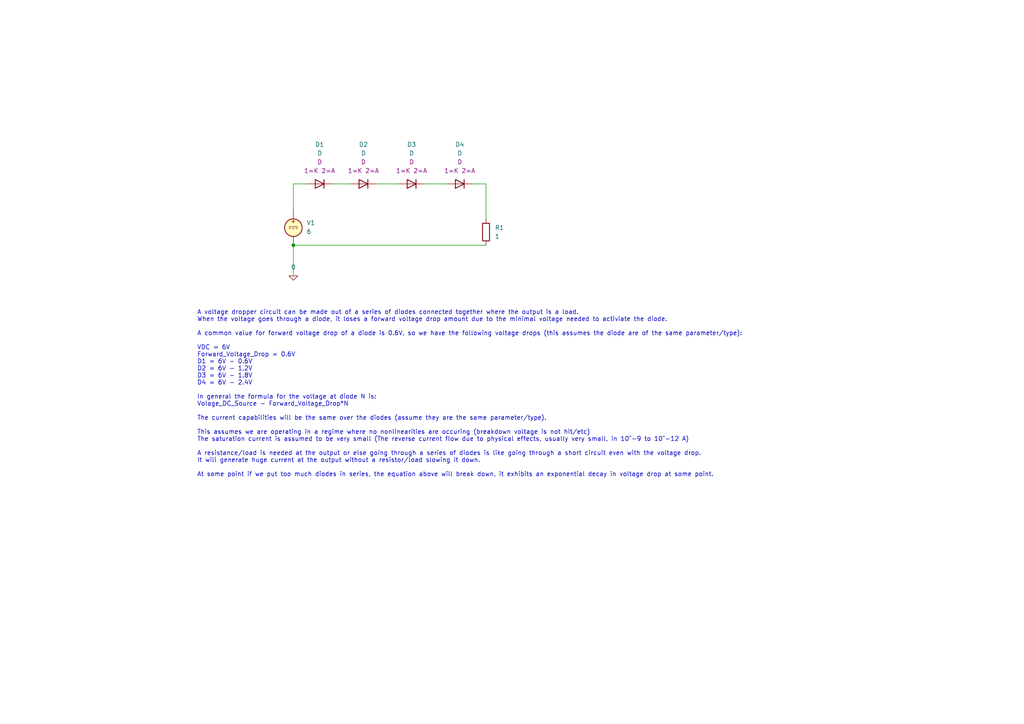
<source format=kicad_sch>
(kicad_sch (version 20230121) (generator eeschema)
  (paper "A4")
  (lib_symbols
    (symbol "Device:R" (pin_numbers hide) (pin_names (offset 0))
      (property "Reference" "R" (at 2.032 0 90))
      (property "Value" "R" (at 0 0 90))
      (symbol "R_0_1"
        (rectangle (start -1.016 -2.54) (end 1.016 2.54) (stroke (width 0.254)))
      )
      (symbol "R_1_1"
        (pin passive line (at 0 3.81 270) (length 1.27) (name "~") (number "1"))
        (pin passive line (at 0 -3.81 90) (length 1.27) (name "~") (number "2"))
      )
    )
    (symbol "Simulation_SPICE:0" (power) (pin_names (offset 0))
      (property "Value" "0" (at 0 -1.778 0))
      (symbol "0_0_1"
        (polyline (pts (xy -1.27 0) (xy 0 -1.27) (xy 1.27 0) (xy -1.27 0)))
      )
      (symbol "0_1_1"
        (pin power_in line (at 0 0 0) (length 0) hide (name "0") (number "1"))
      )
    )
    (symbol "Simulation_SPICE:D" (pin_numbers hide) (pin_names (offset 1.016) hide)
      (property "Reference" "D" (at 0 2.54 0))
      (property "Value" "D" (at 0 -2.54 0))
      (property "Sim.Device" "D" (at 0 0 0))
      (property "Sim.Pins" "1=K 2=A" (at 0 0 0))
      (symbol "D_0_1"
        (polyline (pts (xy -1.27 1.27) (xy -1.27 -1.27)) (stroke (width 0.254)))
        (polyline (pts (xy 1.27 0) (xy -1.27 0)))
        (polyline (pts (xy 1.27 1.27) (xy 1.27 -1.27) (xy -1.27 0) (xy 1.27 1.27)) (stroke (width 0.254)))
      )
      (symbol "D_1_1"
        (pin passive line (at -3.81 0 0) (length 2.54) (name "K") (number "1"))
        (pin passive line (at 3.81 0 180) (length 2.54) (name "A") (number "2"))
      )
    )
    (symbol "Simulation_SPICE:VDC" (pin_numbers hide) (pin_names (offset 0.0254))
      (property "Reference" "V" (at 2.54 2.54 0))
      (property "Value" "1" (at 2.54 0 0))
      (symbol "VDC_0_0"
        (polyline (pts (xy -1.27 0.254) (xy 1.27 0.254)))
        (polyline (pts (xy -0.762 -0.254) (xy -1.27 -0.254)))
        (polyline (pts (xy 0.254 -0.254) (xy -0.254 -0.254)))
        (polyline (pts (xy 1.27 -0.254) (xy 0.762 -0.254)))
        (text "+" (at 0 1.905 0) (effects (font (size 1.27 1.27))))
      )
      (symbol "VDC_0_1"
        (circle (center 0 0) (radius 2.54) (stroke (width 0.254)) (fill (type background)))
      )
      (symbol "VDC_1_1"
        (pin passive line (at 0 5.08 270) (length 2.54) (name "~") (number "1"))
        (pin passive line (at 0 -5.08 90) (length 2.54) (name "~") (number "2"))
      )
    )
  )
  (junction (at 85.09 71.12))
  (wire (pts (xy 85.09 71.12) (xy 85.09 80.01)))
  (wire (pts (xy 109.22 53.34) (xy 115.57 53.34)))
  (wire (pts (xy 85.09 71.12) (xy 140.97 71.12)))
  (wire (pts (xy 140.97 53.34) (xy 140.97 63.5)))
  (wire (pts (xy 85.09 60.96) (xy 85.09 53.34)))
  (wire (pts (xy 96.52 53.34) (xy 101.6 53.34)))
  (wire (pts (xy 123.19 53.34) (xy 129.54 53.34)))
  (wire (pts (xy 85.09 53.34) (xy 88.9 53.34)))
  (wire (pts (xy 137.16 53.34) (xy 140.97 53.34)))
  (text "A voltage dropper circuit can be made out of a series of diodes connected together where the output is a load.\nWhen the voltage goes through a diode, it loses a forward voltage drop amount due to the minimal voltage needed to activiate the diode.\n\nA common value for forward voltage drop of a diode is 0.6V, so we have the following voltage drops (this assumes the diode are of the same parameter/type):\n\nVDC = 6V\nForward_Voltage_Drop = 0.6V\nD1 = 6V - 0.6V\nD2 = 6V - 1.2V\nD3 = 6V - 1.8V\nD4 = 6V - 2.4V\n\nIn general the formula for the voltage at diode N is:\nVolage_DC_Source - Forward_Voltage_Drop*N\n\nThe current capabilities will be the same over the diodes (assume they are the same parameter/type).\n\nThis assumes we are operating in a regime where no nonlinearities are occuring (breakdown voltage is not hit/etc)\nThe saturation current is assumed to be very small (The reverse current flow due to physical effects, usually very small, in 10^-9 to 10^-12 A)\n\nA resistance/load is needed at the output or else going through a series of diodes is like going through a short circuit even with the voltage drop.\nIt will generate huge current at the output without a resistor/load slowing it down.\n\nAt some point if we put too much diodes in series, the equation above will break down, it exhibits an exponential decay in voltage drop at some point." (at 57.15 138.43 0) (effects (font (size 1.27 1.27)) (justify left bottom)))
  (symbol (lib_id "Simulation_SPICE:D") (at 119.38 53.34 180) (unit 1)
    (property "Reference" "D3" (at 119.38 41.91 0))
    (property "Value" "D" (at 119.38 44.45 0))
    (property "Sim.Device" "D" (at 119.38 46.99 0))
    (property "Sim.Pins" "1=K 2=A" (at 119.38 49.53 0))
  )
  (symbol (lib_id "Simulation_SPICE:D") (at 133.35 53.34 180) (unit 1)
    (property "Reference" "D4" (at 133.35 41.91 0))
    (property "Value" "D" (at 133.35 44.45 0))
    (property "Sim.Device" "D" (at 133.35 46.99 0))
    (property "Sim.Pins" "1=K 2=A" (at 133.35 49.53 0))
  )
  (symbol (lib_id "Simulation_SPICE:0") (at 85.09 80.01 0) (unit 1)
    (property "Reference" "#GND01" (effects hide))
    (property "Value" "0" (at 85.09 77.47 0))
  )
  (symbol (lib_id "Simulation_SPICE:D") (at 105.41 53.34 180) (unit 1)
    (property "Reference" "D2" (at 105.41 41.91 0))
    (property "Value" "D" (at 105.41 44.45 0))
    (property "Sim.Device" "D" (at 105.41 46.99 0))
    (property "Sim.Pins" "1=K 2=A" (at 105.41 49.53 0))
  )
  (symbol (lib_id "Simulation_SPICE:VDC") (at 85.09 66.04 0) (unit 1)
    (property "Reference" "V1" (at 88.9 64.6402 0) (effects (justify left)))
    (property "Value" "6" (at 88.9 67.1802 0) (effects (justify left)))
    (property "Sim.Pins" "1=+ 2=-" (effects hide))
    (property "Sim.Type" "DC" (effects hide))
    (property "Sim.Device" "V" (effects hide))
  )
  (symbol (lib_id "Simulation_SPICE:D") (at 92.71 53.34 180) (unit 1)
    (property "Reference" "D1" (at 92.71 41.91 0))
    (property "Value" "D" (at 92.71 44.45 0))
    (property "Sim.Device" "D" (at 92.71 46.99 0))
    (property "Sim.Pins" "1=K 2=A" (at 92.71 49.53 0))
  )
  (symbol (lib_id "Device:R") (at 140.97 67.31 0) (unit 1)
    (property "Reference" "R1" (at 143.51 66.04 0) (effects (justify left)))
    (property "Value" "1" (at 143.51 68.58 0) (effects (justify left)))
  )
)
</source>
